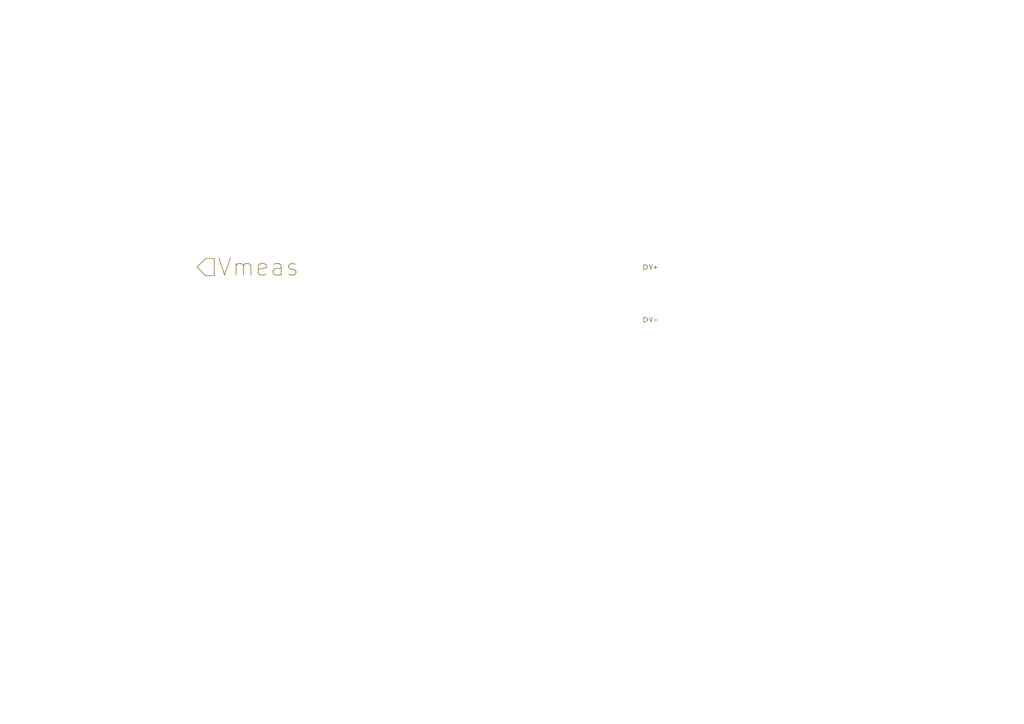
<source format=kicad_sch>
(kicad_sch
	(version 20250114)
	(generator "eeschema")
	(generator_version "9.0")
	(uuid "17501585-53b9-47b2-beb7-0fa23bd1d6b3")
	(paper "A4")
	(lib_symbols)
	(hierarchical_label "V-"
		(shape output)
		(at 186.69 92.71 0)
		(effects
			(font
				(size 1.27 1.27)
			)
			(justify left)
		)
		(uuid "86d89aef-b9b2-4d6f-9500-010d87664307")
	)
	(hierarchical_label "Vmeas"
		(shape input)
		(at 57.15 77.47 0)
		(effects
			(font
				(size 5 5)
			)
			(justify left)
		)
		(uuid "cbcad485-150a-4d2f-96ee-82910da1ca8a")
	)
	(hierarchical_label "V+"
		(shape output)
		(at 186.69 77.47 0)
		(effects
			(font
				(size 1.27 1.27)
			)
			(justify left)
		)
		(uuid "f6984296-2830-446f-95cd-84ff3f20a6fc")
	)
)

</source>
